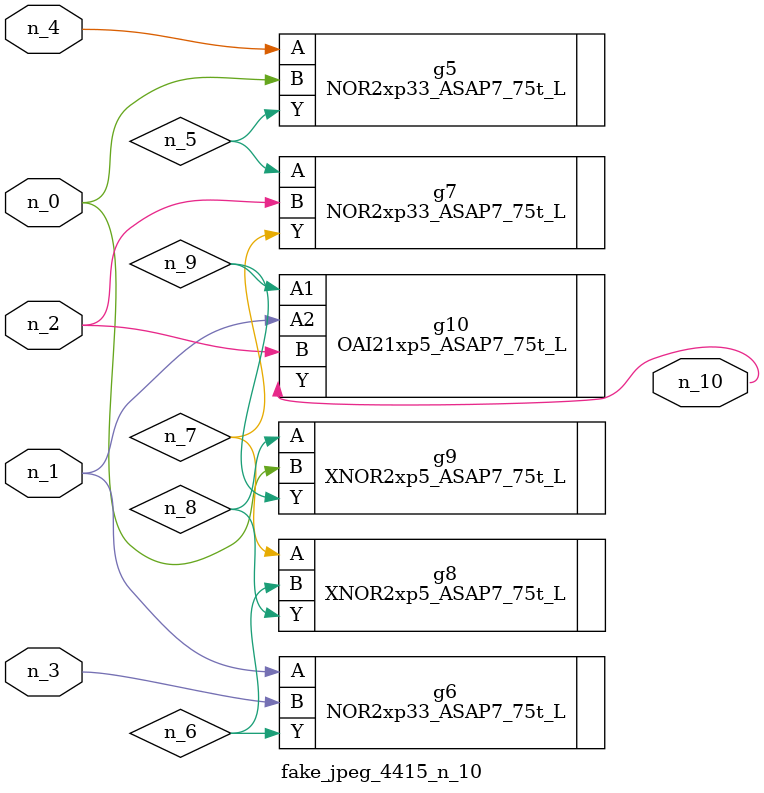
<source format=v>
module fake_jpeg_4415_n_10 (n_3, n_2, n_1, n_0, n_4, n_10);

input n_3;
input n_2;
input n_1;
input n_0;
input n_4;

output n_10;

wire n_8;
wire n_9;
wire n_6;
wire n_5;
wire n_7;

NOR2xp33_ASAP7_75t_L g5 ( 
.A(n_4),
.B(n_0),
.Y(n_5)
);

NOR2xp33_ASAP7_75t_L g6 ( 
.A(n_1),
.B(n_3),
.Y(n_6)
);

NOR2xp33_ASAP7_75t_L g7 ( 
.A(n_5),
.B(n_2),
.Y(n_7)
);

XNOR2xp5_ASAP7_75t_L g8 ( 
.A(n_7),
.B(n_6),
.Y(n_8)
);

XNOR2xp5_ASAP7_75t_L g9 ( 
.A(n_8),
.B(n_0),
.Y(n_9)
);

OAI21xp5_ASAP7_75t_L g10 ( 
.A1(n_9),
.A2(n_1),
.B(n_2),
.Y(n_10)
);


endmodule
</source>
